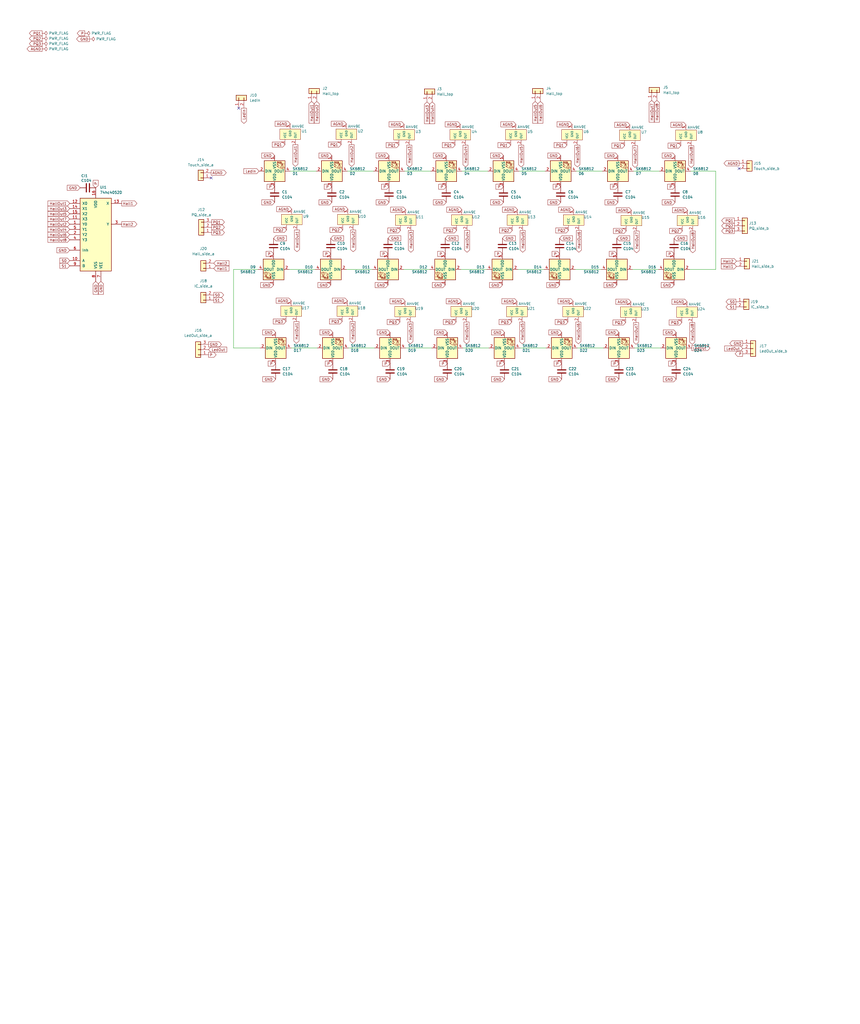
<source format=kicad_sch>
(kicad_sch (version 20211123) (generator eeschema)
  (paper "User" 419.989 499.999)
  (no_connect (at 360.934 82.296))
  (no_connect (at 116.586 52.832))
  (no_connect (at 103.124 86.868))
  (wire (pts (xy 170.18 169.926) (xy 182.88 169.926)))
  (wire (pts (xy 114.046 131.572) (xy 114.046 169.926)))
  (wire (pts (xy 349.504 131.572) (xy 349.504 83.566)))
  (wire (pts (xy 265.684 131.572) (xy 252.984 131.572)))
  (wire (pts (xy 198.12 169.926) (xy 210.82 169.926)))
  (wire (pts (xy 181.864 131.572) (xy 169.164 131.572)))
  (wire (pts (xy 225.552 83.566) (xy 238.252 83.566)))
  (wire (pts (xy 114.046 169.926) (xy 127 169.926)))
  (wire (pts (xy 309.88 169.926) (xy 322.58 169.926)))
  (wire (pts (xy 293.624 131.572) (xy 280.924 131.572)))
  (wire (pts (xy 254 169.926) (xy 266.7 169.926)))
  (wire (pts (xy 141.732 83.566) (xy 154.432 83.566)))
  (wire (pts (xy 142.24 169.926) (xy 154.94 169.926)))
  (wire (pts (xy 281.432 83.566) (xy 294.132 83.566)))
  (wire (pts (xy 337.312 83.566) (xy 349.504 83.566)))
  (wire (pts (xy 209.804 131.572) (xy 197.104 131.572)))
  (wire (pts (xy 321.564 131.572) (xy 308.864 131.572)))
  (wire (pts (xy 125.984 131.572) (xy 114.046 131.572)))
  (wire (pts (xy 226.06 169.926) (xy 238.76 169.926)))
  (wire (pts (xy 169.672 83.566) (xy 182.372 83.566)))
  (wire (pts (xy 153.924 131.572) (xy 141.224 131.572)))
  (wire (pts (xy 309.372 83.566) (xy 322.072 83.566)))
  (wire (pts (xy 349.504 131.572) (xy 336.804 131.572)))
  (wire (pts (xy 197.612 83.566) (xy 210.312 83.566)))
  (wire (pts (xy 281.94 169.926) (xy 294.64 169.926)))
  (wire (pts (xy 253.492 83.566) (xy 266.192 83.566)))
  (wire (pts (xy 237.744 131.572) (xy 225.044 131.572)))
  (global_label "AGND" (shape output) (at 20.574 23.876 180) (property "Intersheet References" "${INTERSHEET_REFS}" (effects hide)))
  (global_label "PQ3" (shape input) (at 332.994 157.48 180) (property "Intersheet References" "${INTERSHEET_REFS}" (effects hide)))
  (global_label "HallOut2" (shape input) (at 154.686 49.53 270) (property "Intersheet References" "${INTERSHEET_REFS}" (effects hide)))
  (global_label "AGND" (shape input) (at 169.672 146.812 180) (property "Intersheet References" "${INTERSHEET_REFS}" (effects hide)))
  (global_label "GND" (shape input) (at 218.44 162.306 180) (property "Intersheet References" "${INTERSHEET_REFS}" (effects hide)))
  (global_label "PQ2" (shape input) (at 139.954 112.268 180) (property "Intersheet References" "${INTERSHEET_REFS}" (effects hide)))
  (global_label "PQ1" (shape output) (at 358.648 107.696 180) (property "Intersheet References" "${INTERSHEET_REFS}" (effects hide)))
  (global_label "AGND" (shape input) (at 197.358 60.706 180) (property "Intersheet References" "${INTERSHEET_REFS}" (effects hide)))
  (global_label "HallOut2" (shape input) (at 34.036 109.474 180) (property "Intersheet References" "${INTERSHEET_REFS}" (effects hide)))
  (global_label "P" (shape input) (at 162.052 91.186 180) (property "Intersheet References" "${INTERSHEET_REFS}" (effects hide)))
  (global_label "HallOut1" (shape output) (at 144.272 70.612 270) (property "Intersheet References" "${INTERSHEET_REFS}" (effects hide)))
  (global_label "HallOut2" (shape output) (at 172.212 156.972 270) (property "Intersheet References" "${INTERSHEET_REFS}" (effects hide)))
  (global_label "HallOut7" (shape input) (at 34.036 106.934 180) (property "Intersheet References" "${INTERSHEET_REFS}" (effects hide)))
  (global_label "PQ1" (shape input) (at 305.054 71.12 180) (property "Intersheet References" "${INTERSHEET_REFS}" (effects hide)))
  (global_label "P" (shape input) (at 245.364 123.952 180) (property "Intersheet References" "${INTERSHEET_REFS}" (effects hide)))
  (global_label "GND" (shape input) (at 246.38 185.166 180) (property "Intersheet References" "${INTERSHEET_REFS}" (effects hide)))
  (global_label "HallOut2" (shape output) (at 171.704 70.612 270) (property "Intersheet References" "${INTERSHEET_REFS}" (effects hide)))
  (global_label "AGND" (shape input) (at 251.968 60.706 180) (property "Intersheet References" "${INTERSHEET_REFS}" (effects hide)))
  (global_label "GND" (shape input) (at 273.304 116.332 0) (property "Intersheet References" "${INTERSHEET_REFS}" (effects hide)))
  (global_label "GND" (shape input) (at 49.276 137.414 270) (property "Intersheet References" "${INTERSHEET_REFS}" (effects hide)))
  (global_label "P" (shape output) (at 362.712 172.72 180) (property "Intersheet References" "${INTERSHEET_REFS}" (effects hide)))
  (global_label "HallOut6" (shape output) (at 282.448 157.226 270) (property "Intersheet References" "${INTERSHEET_REFS}" (effects hide)))
  (global_label "S1" (shape output) (at 359.41 149.86 180) (property "Intersheet References" "${INTERSHEET_REFS}" (effects hide)))
  (global_label "AGND" (shape output) (at 360.934 79.756 180) (property "Intersheet References" "${INTERSHEET_REFS}" (effects hide)))
  (global_label "P" (shape output) (at 101.854 173.228 0) (property "Intersheet References" "${INTERSHEET_REFS}" (effects hide)))
  (global_label "GND" (shape input) (at 273.812 98.806 180) (property "Intersheet References" "${INTERSHEET_REFS}" (effects hide)))
  (global_label "PQ3" (shape output) (at 20.574 21.336 180) (property "Intersheet References" "${INTERSHEET_REFS}" (effects hide)))
  (global_label "GND" (shape output) (at 362.712 167.64 180) (property "Intersheet References" "${INTERSHEET_REFS}" (effects hide)))
  (global_label "GND" (shape input) (at 245.872 75.946 180) (property "Intersheet References" "${INTERSHEET_REFS}" (effects hide)))
  (global_label "AGND" (shape input) (at 169.164 60.452 180) (property "Intersheet References" "${INTERSHEET_REFS}" (effects hide)))
  (global_label "GND" (shape input) (at 274.32 162.306 180) (property "Intersheet References" "${INTERSHEET_REFS}" (effects hide)))
  (global_label "GND" (shape input) (at 302.26 185.166 180) (property "Intersheet References" "${INTERSHEET_REFS}" (effects hide)))
  (global_label "PQ1" (shape output) (at 20.574 16.256 180) (property "Intersheet References" "${INTERSHEET_REFS}" (effects hide)))
  (global_label "HallOut6" (shape output) (at 281.94 70.866 270) (property "Intersheet References" "${INTERSHEET_REFS}" (effects hide)))
  (global_label "HallOut7" (shape output) (at 310.642 157.48 270) (property "Intersheet References" "${INTERSHEET_REFS}" (effects hide)))
  (global_label "GND" (shape input) (at 301.244 116.332 0) (property "Intersheet References" "${INTERSHEET_REFS}" (effects hide)))
  (global_label "Hall2" (shape output) (at 59.436 109.474 0) (property "Intersheet References" "${INTERSHEET_REFS}" (effects hide)))
  (global_label "AGND" (shape input) (at 335.534 147.32 180) (property "Intersheet References" "${INTERSHEET_REFS}" (effects hide)))
  (global_label "GND" (shape input) (at 301.752 98.806 180) (property "Intersheet References" "${INTERSHEET_REFS}" (effects hide)))
  (global_label "P" (shape input) (at 161.544 123.952 180) (property "Intersheet References" "${INTERSHEET_REFS}" (effects hide)))
  (global_label "GND" (shape input) (at 329.692 75.946 180) (property "Intersheet References" "${INTERSHEET_REFS}" (effects hide)))
  (global_label "P" (shape input) (at 217.424 123.952 180) (property "Intersheet References" "${INTERSHEET_REFS}" (effects hide)))
  (global_label "GND" (shape input) (at 189.484 116.332 0) (property "Intersheet References" "${INTERSHEET_REFS}" (effects hide)))
  (global_label "HallOut6" (shape input) (at 263.906 49.53 270) (property "Intersheet References" "${INTERSHEET_REFS}" (effects hide)))
  (global_label "HallOut5" (shape output) (at 255.27 112.522 270) (property "Intersheet References" "${INTERSHEET_REFS}" (effects hide)))
  (global_label "PQ3" (shape input) (at 222.758 157.226 180) (property "Intersheet References" "${INTERSHEET_REFS}" (effects hide)))
  (global_label "GND" (shape input) (at 134.62 162.306 180) (property "Intersheet References" "${INTERSHEET_REFS}" (effects hide)))
  (global_label "P" (shape input) (at 245.872 91.186 180) (property "Intersheet References" "${INTERSHEET_REFS}" (effects hide)))
  (global_label "GND" (shape input) (at 273.812 75.946 180) (property "Intersheet References" "${INTERSHEET_REFS}" (effects hide)))
  (global_label "HallOut2" (shape output) (at 172.466 112.268 270) (property "Intersheet References" "${INTERSHEET_REFS}" (effects hide)))
  (global_label "PQ1" (shape input) (at 139.192 70.612 180) (property "Intersheet References" "${INTERSHEET_REFS}" (effects hide)))
  (global_label "AGND" (shape input) (at 308.102 147.32 180) (property "Intersheet References" "${INTERSHEET_REFS}" (effects hide)))
  (global_label "GND" (shape input) (at 329.184 116.332 0) (property "Intersheet References" "${INTERSHEET_REFS}" (effects hide)))
  (global_label "S1" (shape output) (at 104.394 146.558 0) (property "Intersheet References" "${INTERSHEET_REFS}" (effects hide)))
  (global_label "GND" (shape input) (at 245.872 98.806 180) (property "Intersheet References" "${INTERSHEET_REFS}" (effects hide)))
  (global_label "AGND" (shape input) (at 225.552 102.362 180) (property "Intersheet References" "${INTERSHEET_REFS}" (effects hide)))
  (global_label "GND" (shape input) (at 329.184 139.192 180) (property "Intersheet References" "${INTERSHEET_REFS}" (effects hide)))
  (global_label "P" (shape input) (at 218.44 177.546 180) (property "Intersheet References" "${INTERSHEET_REFS}" (effects hide)))
  (global_label "PQ3" (shape input) (at 139.7 156.972 180) (property "Intersheet References" "${INTERSHEET_REFS}" (effects hide)))
  (global_label "PQ2" (shape input) (at 167.386 112.268 180) (property "Intersheet References" "${INTERSHEET_REFS}" (effects hide)))
  (global_label "P" (shape input) (at 273.812 91.186 180) (property "Intersheet References" "${INTERSHEET_REFS}" (effects hide)))
  (global_label "HallOut8" (shape output) (at 338.328 112.776 270) (property "Intersheet References" "${INTERSHEET_REFS}" (effects hide)))
  (global_label "GND" (shape input) (at 161.544 116.332 0) (property "Intersheet References" "${INTERSHEET_REFS}" (effects hide)))
  (global_label "AGND" (shape input) (at 307.594 60.96 180) (property "Intersheet References" "${INTERSHEET_REFS}" (effects hide)))
  (global_label "AGND" (shape input) (at 142.494 102.108 180) (property "Intersheet References" "${INTERSHEET_REFS}" (effects hide)))
  (global_label "P" (shape input) (at 301.752 91.186 180) (property "Intersheet References" "${INTERSHEET_REFS}" (effects hide)))
  (global_label "Hall1" (shape input) (at 359.664 130.048 180) (property "Intersheet References" "${INTERSHEET_REFS}" (effects hide)))
  (global_label "AGND" (shape input) (at 224.79 60.706 180) (property "Intersheet References" "${INTERSHEET_REFS}" (effects hide)))
  (global_label "P" (shape input) (at 301.244 123.952 180) (property "Intersheet References" "${INTERSHEET_REFS}" (effects hide)))
  (global_label "GND" (shape input) (at 273.304 139.192 180) (property "Intersheet References" "${INTERSHEET_REFS}" (effects hide)))
  (global_label "HallOut7" (shape output) (at 310.134 71.12 270) (property "Intersheet References" "${INTERSHEET_REFS}" (effects hide)))
  (global_label "PQ2" (shape input) (at 223.012 112.522 180) (property "Intersheet References" "${INTERSHEET_REFS}" (effects hide)))
  (global_label "AGND" (shape input) (at 279.4 60.706 180) (property "Intersheet References" "${INTERSHEET_REFS}" (effects hide)))
  (global_label "GND" (shape input) (at 301.244 139.192 180) (property "Intersheet References" "${INTERSHEET_REFS}" (effects hide)))
  (global_label "GND" (shape input) (at 162.052 98.806 180) (property "Intersheet References" "${INTERSHEET_REFS}" (effects hide)))
  (global_label "HallOut4" (shape input) (at 34.036 112.014 180) (property "Intersheet References" "${INTERSHEET_REFS}" (effects hide)))
  (global_label "Hall1" (shape output) (at 59.436 99.314 0) (property "Intersheet References" "${INTERSHEET_REFS}" (effects hide)))
  (global_label "HallOut8" (shape output) (at 338.074 157.48 270) (property "Intersheet References" "${INTERSHEET_REFS}" (effects hide)))
  (global_label "HallOut5" (shape output) (at 254.508 70.866 270) (property "Intersheet References" "${INTERSHEET_REFS}" (effects hide)))
  (global_label "AGND" (shape input) (at 252.73 102.362 180) (property "Intersheet References" "${INTERSHEET_REFS}" (effects hide)))
  (global_label "P" (shape input) (at 329.184 123.952 180) (property "Intersheet References" "${INTERSHEET_REFS}" (effects hide)))
  (global_label "HallOut3" (shape output) (at 200.406 157.226 270) (property "Intersheet References" "${INTERSHEET_REFS}" (effects hide)))
  (global_label "LedOut" (shape input) (at 101.854 170.688 0) (property "Intersheet References" "${INTERSHEET_REFS}" (effects hide)))
  (global_label "PQ2" (shape output) (at 20.574 18.796 180) (property "Intersheet References" "${INTERSHEET_REFS}" (effects hide)))
  (global_label "S1" (shape input) (at 34.036 129.794 180) (property "Intersheet References" "${INTERSHEET_REFS}" (effects hide)))
  (global_label "HallOut5" (shape input) (at 261.366 49.53 270) (property "Intersheet References" "${INTERSHEET_REFS}" (effects hide)))
  (global_label "LedIn" (shape input) (at 126.492 83.566 180) (property "Intersheet References" "${INTERSHEET_REFS}" (effects hide)))
  (global_label "GND" (shape input) (at 189.992 75.946 180) (property "Intersheet References" "${INTERSHEET_REFS}" (effects hide)))
  (global_label "GND" (shape input) (at 218.44 185.166 180) (property "Intersheet References" "${INTERSHEET_REFS}" (effects hide)))
  (global_label "P" (shape input) (at 330.2 177.546 180) (property "Intersheet References" "${INTERSHEET_REFS}" (effects hide)))
  (global_label "GND" (shape output) (at 43.688 19.05 180) (property "Intersheet References" "${INTERSHEET_REFS}" (effects hide)))
  (global_label "HallOut4" (shape output) (at 227.838 157.226 270) (property "Intersheet References" "${INTERSHEET_REFS}" (effects hide)))
  (global_label "PQ2" (shape output) (at 358.648 110.236 180) (property "Intersheet References" "${INTERSHEET_REFS}" (effects hide)))
  (global_label "P" (shape input) (at 189.484 123.952 180) (property "Intersheet References" "${INTERSHEET_REFS}" (effects hide)))
  (global_label "P" (shape input) (at 46.736 91.694 90) (property "Intersheet References" "${INTERSHEET_REFS}" (effects hide)))
  (global_label "LedOut" (shape output) (at 337.82 169.926 0) (property "Intersheet References" "${INTERSHEET_REFS}" (effects hide)))
  (global_label "GND" (shape input) (at 134.62 185.166 180) (property "Intersheet References" "${INTERSHEET_REFS}" (effects hide)))
  (global_label "PQ1" (shape input) (at 166.624 70.612 180) (property "Intersheet References" "${INTERSHEET_REFS}" (effects hide)))
  (global_label "P" (shape input) (at 274.32 177.546 180) (property "Intersheet References" "${INTERSHEET_REFS}" (effects hide)))
  (global_label "GND" (shape input) (at 133.604 139.192 180) (property "Intersheet References" "${INTERSHEET_REFS}" (effects hide)))
  (global_label "GND" (shape input) (at 246.38 162.306 180) (property "Intersheet References" "${INTERSHEET_REFS}" (effects hide)))
  (global_label "P" (shape input) (at 217.932 91.186 180) (property "Intersheet References" "${INTERSHEET_REFS}" (effects hide)))
  (global_label "HallOut3" (shape input) (at 34.036 101.854 180) (property "Intersheet References" "${INTERSHEET_REFS}" (effects hide)))
  (global_label "HallOut4" (shape input) (at 211.074 49.784 270) (property "Intersheet References" "${INTERSHEET_REFS}" (effects hide)))
  (global_label "Hall2" (shape input) (at 359.664 127.508 180) (property "Intersheet References" "${INTERSHEET_REFS}" (effects hide)))
  (global_label "PQ3" (shape output) (at 103.378 113.538 0) (property "Intersheet References" "${INTERSHEET_REFS}" (effects hide)))
  (global_label "P" (shape output) (at 41.402 16.256 180) (property "Intersheet References" "${INTERSHEET_REFS}" (effects hide)))
  (global_label "PQ2" (shape input) (at 195.58 112.522 180) (property "Intersheet References" "${INTERSHEET_REFS}" (effects hide)))
  (global_label "PQ3" (shape output) (at 358.648 112.776 180) (property "Intersheet References" "${INTERSHEET_REFS}" (effects hide)))
  (global_label "GND" (shape input) (at 134.112 98.806 180) (property "Intersheet References" "${INTERSHEET_REFS}" (effects hide)))
  (global_label "HallOut5" (shape input) (at 34.036 104.394 180) (property "Intersheet References" "${INTERSHEET_REFS}" (effects hide)))
  (global_label "HallOut1" (shape input) (at 152.146 49.53 270) (property "Intersheet References" "${INTERSHEET_REFS}" (effects hide)))
  (global_label "GND" (shape input) (at 134.112 75.946 180) (property "Intersheet References" "${INTERSHEET_REFS}" (effects hide)))
  (global_label "PQ3" (shape input) (at 305.562 157.48 180) (property "Intersheet References" "${INTERSHEET_REFS}" (effects hide)))
  (global_label "GND" (shape input) (at 245.364 116.332 0) (property "Intersheet References" "${INTERSHEET_REFS}" (effects hide)))
  (global_label "PQ3" (shape input) (at 167.132 156.972 180) (property "Intersheet References" "${INTERSHEET_REFS}" (effects hide)))
  (global_label "GND" (shape input) (at 274.32 185.166 180) (property "Intersheet References" "${INTERSHEET_REFS}" (effects hide)))
  (global_label "P" (shape input) (at 329.692 91.186 180) (property "Intersheet References" "${INTERSHEET_REFS}" (effects hide)))
  (global_label "PQ3" (shape input) (at 195.326 157.226 180) (property "Intersheet References" "${INTERSHEET_REFS}" (effects hide)))
  (global_label "AGND" (shape input) (at 169.926 102.108 180) (property "Intersheet References" "${INTERSHEET_REFS}" (effects hide)))
  (global_label "HallOut8" (shape input) (at 34.036 117.094 180) (property "Intersheet References" "${INTERSHEET_REFS}" (effects hide)))
  (global_label "P" (shape input) (at 189.992 91.186 180) (property "Intersheet References" "${INTERSHEET_REFS}" (effects hide)))
  (global_label "PQ2" (shape input) (at 277.622 112.522 180) (property "Intersheet References" "${INTERSHEET_REFS}" (effects hide)))
  (global_label "PQ3" (shape input) (at 249.936 157.226 180) (property "Intersheet References" "${INTERSHEET_REFS}" (effects hide)))
  (global_label "GND" (shape input) (at 190.5 185.166 180) (property "Intersheet References" "${INTERSHEET_REFS}" (effects hide)))
  (global_label "AGND" (shape input) (at 308.356 102.616 180) (property "Intersheet References" "${INTERSHEET_REFS}" (effects hide)))
  (global_label "AGND" (shape input) (at 335.788 102.616 180) (property "Intersheet References" "${INTERSHEET_REFS}" (effects hide)))
  (global_label "GND" (shape input) (at 162.052 75.946 180) (property "Intersheet References" "${INTERSHEET_REFS}" (effects hide)))
  (global_label "P" (shape input) (at 190.5 177.546 180) (property "Intersheet References" "${INTERSHEET_REFS}" (effects hide)))
  (global_label "PQ2" (shape input) (at 250.19 112.522 180) (property "Intersheet References" "${INTERSHEET_REFS}" (effects hide)))
  (global_label "HallOut8" (shape output) (at 337.566 71.12 270) (property "Intersheet References" "${INTERSHEET_REFS}" (effects hide)))
  (global_label "PQ1" (shape input) (at 249.428 70.866 180) (property "Intersheet References" "${INTERSHEET_REFS}" (effects hide)))
  (global_label "PQ1" (shape output) (at 103.378 108.458 0) (property "Intersheet References" "${INTERSHEET_REFS}" (effects hide)))
  (global_label "Hall1" (shape input) (at 104.394 131.064 0) (property "Intersheet References" "${INTERSHEET_REFS}" (effects hide)))
  (global_label "AGND" (shape input) (at 197.866 147.066 180) (property "Intersheet References" "${INTERSHEET_REFS}" (effects hide)))
  (global_label "Hall2" (shape input) (at 104.394 128.524 0) (property "Intersheet References" "${INTERSHEET_REFS}" (effects hide)))
  (global_label "HallOut7" (shape output) (at 310.896 112.776 270) (property "Intersheet References" "${INTERSHEET_REFS}" (effects hide)))
  (global_label "GND" (shape input) (at 217.932 98.806 180) (property "Intersheet References" "${INTERSHEET_REFS}" (effects hide)))
  (global_label "GND" (shape input) (at 34.036 122.174 180) (property "Intersheet References" "${INTERSHEET_REFS}" (effects hide)))
  (global_label "HallOut1" (shape output) (at 145.034 112.268 270) (property "Intersheet References" "${INTERSHEET_REFS}" (effects hide)))
  (global_label "GND" (shape input) (at 39.116 91.694 180) (property "Intersheet References" "${INTERSHEET_REFS}" (effects hide)))
  (global_label "GND" (shape input) (at 330.2 185.166 180) (property "Intersheet References" "${INTERSHEET_REFS}" (effects hide)))
  (global_label "GND" (shape input) (at 161.544 139.192 180) (property "Intersheet References" "${INTERSHEET_REFS}" (effects hide)))
  (global_label "GND" (shape input) (at 162.56 185.166 180) (property "Intersheet References" "${INTERSHEET_REFS}" (effects hide)))
  (global_label "PQ2" (shape input) (at 333.248 112.776 180) (property "Intersheet References" "${INTERSHEET_REFS}" (effects hide)))
  (global_label "AGND" (shape input) (at 225.298 147.066 180) (property "Intersheet References" "${INTERSHEET_REFS}" (effects hide)))
  (global_label "GND" (shape input) (at 329.692 98.806 180) (property "Intersheet References" "${INTERSHEET_REFS}" (effects hide)))
  (global_label "GND" (shape input) (at 189.484 139.192 180) (property "Intersheet References" "${INTERSHEET_REFS}" (effects hide)))
  (global_label "GND" (shape input) (at 133.604 116.332 0) (property "Intersheet References" "${INTERSHEET_REFS}" (effects hide)))
  (global_label "GND" (shape input) (at 189.992 98.806 180) (property "Intersheet References" "${INTERSHEET_REFS}" (effects hide)))
  (global_label "P" (shape input) (at 133.604 123.952 180) (property "Intersheet References" "${INTERSHEET_REFS}" (effects hide)))
  (global_label "GND" (shape input) (at 301.752 75.946 180) (property "Intersheet References" "${INTERSHEET_REFS}" (effects hide)))
  (global_label "AGND" (shape input) (at 279.908 147.066 180) (property "Intersheet References" "${INTERSHEET_REFS}" (effects hide)))
  (global_label "PQ2" (shape input) (at 305.816 112.776 180) (property "Intersheet References" "${INTERSHEET_REFS}" (effects hide)))
  (global_label "HallOut5" (shape output) (at 255.016 157.226 270) (property "Intersheet References" "${INTERSHEET_REFS}" (effects hide)))
  (global_label "LedIn" (shape output) (at 119.126 52.832 270) (property "Intersheet References" "${INTERSHEET_REFS}" (effects hide)))
  (global_label "P" (shape input) (at 134.112 91.186 180) (property "Intersheet References" "${INTERSHEET_REFS}" (effects hide)))
  (global_label "P" (shape input) (at 273.304 123.952 180) (property "Intersheet References" "${INTERSHEET_REFS}" (effects hide)))
  (global_label "GND" (shape input) (at 302.26 162.306 180) (property "Intersheet References" "${INTERSHEET_REFS}" (effects hide)))
  (global_label "HallOut8" (shape input) (at 320.802 49.022 270) (property "Intersheet References" "${INTERSHEET_REFS}" (effects hide)))
  (global_label "AGND" (shape output) (at 103.124 84.328 0) (property "Intersheet References" "${INTERSHEET_REFS}" (effects hide)))
  (global_label "PQ1" (shape input) (at 276.86 70.866 180) (property "Intersheet References" "${INTERSHEET_REFS}" (effects hide)))
  (global_label "S0" (shape output) (at 359.41 147.32 180) (property "Intersheet References" "${INTERSHEET_REFS}" (effects hide)))
  (global_label "S0" (shape output) (at 104.394 144.018 0) (property "Intersheet References" "${INTERSHEET_REFS}" (effects hide)))
  (global_label "AGND" (shape input) (at 198.12 102.362 180) (property "Intersheet References" "${INTERSHEET_REFS}" (effects hide)))
  (global_label "GND" (shape input) (at 217.424 139.192 180) (property "Intersheet References" "${INTERSHEET_REFS}" (effects hide)))
  (global_label "HallOut6" (shape output) (at 282.702 112.522 270) (property "Intersheet References" "${INTERSHEET_REFS}" (effects hide)))
  (global_label "PQ1" (shape input) (at 332.486 71.12 180) (property "Intersheet References" "${INTERSHEET_REFS}" (effects hide)))
  (global_label "HallOut3" (shape output) (at 199.898 70.866 270) (property "Intersheet References" "${INTERSHEET_REFS}" (effects hide)))
  (global_label "HallOut6" (shape input) (at 34.036 114.554 180) (property "Intersheet References" "${INTERSHEET_REFS}" (effects hide)))
  (global_label "AGND" (shape input) (at 252.476 147.066 180) (property "Intersheet References" "${INTERSHEET_REFS}" (effects hide)))
  (global_label "P" (shape input) (at 302.26 177.546 180) (property "Intersheet References" "${INTERSHEET_REFS}" (effects hide)))
  (global_label "AGND" (shape input) (at 335.026 60.96 180) (property "Intersheet References" "${INTERSHEET_REFS}" (effects hide)))
  (global_label "HallOut3" (shape output) (at 200.66 112.522 270) (property "Intersheet References" "${INTERSHEET_REFS}" (effects hide)))
  (global_label "AGND" (shape input) (at 280.162 102.362 180) (property "Intersheet References" "${INTERSHEET_REFS}" (effects hide)))
  (global_label "P" (shape input) (at 246.38 177.546 180) (property "Intersheet References" "${INTERSHEET_REFS}" (effects hide)))
  (global_label "PQ1" (shape input) (at 222.25 70.866 180) (property "Intersheet References" "${INTERSHEET_REFS}" (effects hide)))
  (global_label "LedOut" (shape input) (at 362.712 170.18 180) (property "Intersheet References" "${INTERSHEET_REFS}" (effects hide)))
  (global_label "GND" (shape input) (at 217.932 75.946 180) (property "Intersheet References" "${INTERSHEET_REFS}" (effects hide)))
  (global_label "HallOut7" (shape input) (at 318.262 49.022 270) (property "Intersheet References" "${INTERSHEET_REFS}" (effects hide)))
  (global_label "GND" (shape output) (at 101.854 168.148 0) (property "Intersheet References" "${INTERSHEET_REFS}" (effects hide)))
  (global_label "GND" (shape input) (at 330.2 162.306 180) (property "Intersheet References" "${INTERSHEET_REFS}" (effects hide)))
  (global_label "GND" (shape input) (at 217.424 116.332 0) (property "Intersheet References" "${INTERSHEET_REFS}" (effects hide)))
  (global_label "HallOut3" (shape input) (at 208.534 49.784 270) (property "Intersheet References" "${INTERSHEET_REFS}" (effects hide)))
  (global_label "GND" (shape input) (at 46.736 137.414 270) (property "Intersheet References" "${INTERSHEET_REFS}" (effects hide)))
  (global_label "PQ1" (shape input) (at 194.818 70.866 180) (property "Intersheet References" "${INTERSHEET_REFS}" (effects hide)))
  (global_label "HallOut1" (shape input) (at 34.036 99.314 180) (property "Intersheet References" "${INTERSHEET_REFS}" (effects hide)))
  (global_label "AGND" (shape input) (at 141.732 60.452 180) (property "Intersheet References" "${INTERSHEET_REFS}" (effects hide)))
  (global_label "S0" (shape input) (at 34.036 127.254 180) (property "Intersheet References" "${INTERSHEET_REFS}" (effects hide)))
  (global_label "P" (shape input) (at 134.62 177.546 180) (property "Intersheet References" "${INTERSHEET_REFS}" (effects hide)))
  (global_label "P" (shape input) (at 162.56 177.546 180) (property "Intersheet References" "${INTERSHEET_REFS}" (effects hide)))
  (global_label "HallOut1" (shape output) (at 144.78 156.972 270) (property "Intersheet References" "${INTERSHEET_REFS}" (effects hide)))
  (global_label "GND" (shape input) (at 162.56 162.306 180) (property "Intersheet References" "${INTERSHEET_REFS}" (effects hide)))
  (global_label "HallOut4" (shape output) (at 227.33 70.866 270) (property "Intersheet References" "${INTERSHEET_REFS}" (effects hide)))
  (global_label "GND" (shape input) (at 245.364 139.192 180) (property "Intersheet References" "${INTERSHEET_REFS}" (effects hide)))
  (global_label "PQ3" (shape input) (at 277.368 157.226 180) (property "Intersheet References" "${INTERSHEET_REFS}" (effects hide)))
  (global_label "PQ2" (shape output) (at 103.378 110.998 0) (property "Intersheet References" "${INTERSHEET_REFS}" (effects hide)))
  (global_label "GND" (shape input) (at 190.5 162.306 180) (property "Intersheet References" "${INTERSHEET_REFS}" (effects hide)))
  (global_label "HallOut4" (shape output) (at 228.092 112.522 270) (property "Intersheet References" "${INTERSHEET_REFS}" (effects hide)))
  (global_label "AGND" (shape input) (at 142.24 146.812 180) (property "Intersheet References" "${INTERSHEET_REFS}" (effects hide)))
  (symbol (lib_id "LED:SK6812") (at 329.184 131.572 0) (mirror y) (unit 1)
    (property "Reference" "D16" (at 320.4464 130.4036 0) (effects (justify left)))
    (property "Value" "SK6812" (at 320.4464 132.715 0) (effects (justify left)))
    (property "Footprint" "LED_SMD:LED_SK6812_PLCC4_5.0x5.0mm_P3.2mm" (effects hide))
    (property "Datasheet" "https://cdn-shop.adafruit.com/product-files/1138/SK6812+LED+datasheet+.pdf" (effects hide))
  )
  (symbol (lib_id "LED:SK6812") (at 301.244 131.572 0) (mirror y) (unit 1)
    (property "Reference" "D15" (at 292.5064 130.4036 0) (effects (justify left)))
    (property "Value" "SK6812" (at 292.5064 132.715 0) (effects (justify left)))
    (property "Footprint" "LED_SMD:LED_SK6812_PLCC4_5.0x5.0mm_P3.2mm" (effects hide))
    (property "Datasheet" "https://cdn-shop.adafruit.com/product-files/1138/SK6812+LED+datasheet+.pdf" (effects hide))
  )
  (symbol (lib_id "LED:SK6812") (at 273.304 131.572 0) (mirror y) (unit 1)
    (property "Reference" "D14" (at 264.5664 130.4036 0) (effects (justify left)))
    (property "Value" "SK6812" (at 264.5664 132.715 0) (effects (justify left)))
    (property "Footprint" "LED_SMD:LED_SK6812_PLCC4_5.0x5.0mm_P3.2mm" (effects hide))
    (property "Datasheet" "https://cdn-shop.adafruit.com/product-files/1138/SK6812+LED+datasheet+.pdf" (effects hide))
  )
  (symbol (lib_id "LED:SK6812") (at 245.364 131.572 0) (mirror y) (unit 1)
    (property "Reference" "D13" (at 236.6264 130.4036 0) (effects (justify left)))
    (property "Value" "SK6812" (at 236.6264 132.715 0) (effects (justify left)))
    (property "Footprint" "LED_SMD:LED_SK6812_PLCC4_5.0x5.0mm_P3.2mm" (effects hide))
    (property "Datasheet" "https://cdn-shop.adafruit.com/product-files/1138/SK6812+LED+datasheet+.pdf" (effects hide))
  )
  (symbol (lib_id "LED:SK6812") (at 217.424 131.572 0) (mirror y) (unit 1)
    (property "Reference" "D12" (at 208.6864 130.4036 0) (effects (justify left)))
    (property "Value" "SK6812" (at 208.6864 132.715 0) (effects (justify left)))
    (property "Footprint" "LED_SMD:LED_SK6812_PLCC4_5.0x5.0mm_P3.2mm" (effects hide))
    (property "Datasheet" "https://cdn-shop.adafruit.com/product-files/1138/SK6812+LED+datasheet+.pdf" (effects hide))
  )
  (symbol (lib_id "LED:SK6812") (at 189.484 131.572 0) (mirror y) (unit 1)
    (property "Reference" "D11" (at 180.7464 130.4036 0) (effects (justify left)))
    (property "Value" "SK6812" (at 180.7464 132.715 0) (effects (justify left)))
    (property "Footprint" "LED_SMD:LED_SK6812_PLCC4_5.0x5.0mm_P3.2mm" (effects hide))
    (property "Datasheet" "https://cdn-shop.adafruit.com/product-files/1138/SK6812+LED+datasheet+.pdf" (effects hide))
  )
  (symbol (lib_id "LED:SK6812") (at 161.544 131.572 0) (mirror y) (unit 1)
    (property "Reference" "D10" (at 152.8064 130.4036 0) (effects (justify left)))
    (property "Value" "SK6812" (at 152.8064 132.715 0) (effects (justify left)))
    (property "Footprint" "LED_SMD:LED_SK6812_PLCC4_5.0x5.0mm_P3.2mm" (effects hide))
    (property "Datasheet" "https://cdn-shop.adafruit.com/product-files/1138/SK6812+LED+datasheet+.pdf" (effects hide))
  )
  (symbol (lib_id "LED:SK6812") (at 133.604 131.572 0) (mirror y) (unit 1)
    (property "Reference" "D9" (at 124.8664 130.4036 0) (effects (justify left)))
    (property "Value" "SK6812" (at 124.8664 132.715 0) (effects (justify left)))
    (property "Footprint" "LED_SMD:LED_SK6812_PLCC4_5.0x5.0mm_P3.2mm" (effects hide))
    (property "Datasheet" "https://cdn-shop.adafruit.com/product-files/1138/SK6812+LED+datasheet+.pdf" (effects hide))
  )
  (symbol (lib_id "LED:SK6812") (at 134.112 83.566 0) (mirror x) (unit 1)
    (property "Reference" "D1" (at 142.8496 84.7344 0) (effects (justify left)))
    (property "Value" "SK6812" (at 142.8496 82.423 0) (effects (justify left)))
    (property "Footprint" "LED_SMD:LED_SK6812_PLCC4_5.0x5.0mm_P3.2mm" (effects hide))
    (property "Datasheet" "https://cdn-shop.adafruit.com/product-files/1138/SK6812+LED+datasheet+.pdf" (effects hide))
  )
  (symbol (lib_id "LED:SK6812") (at 162.052 83.566 0) (mirror x) (unit 1)
    (property "Reference" "D2" (at 170.7896 84.7344 0) (effects (justify left)))
    (property "Value" "SK6812" (at 170.7896 82.423 0) (effects (justify left)))
    (property "Footprint" "LED_SMD:LED_SK6812_PLCC4_5.0x5.0mm_P3.2mm" (effects hide))
    (property "Datasheet" "https://cdn-shop.adafruit.com/product-files/1138/SK6812+LED+datasheet+.pdf" (effects hide))
  )
  (symbol (lib_id "LED:SK6812") (at 189.992 83.566 0) (mirror x) (unit 1)
    (property "Reference" "D3" (at 198.7296 84.7344 0) (effects (justify left)))
    (property "Value" "SK6812" (at 198.7296 82.423 0) (effects (justify left)))
    (property "Footprint" "LED_SMD:LED_SK6812_PLCC4_5.0x5.0mm_P3.2mm" (effects hide))
    (property "Datasheet" "https://cdn-shop.adafruit.com/product-files/1138/SK6812+LED+datasheet+.pdf" (effects hide))
  )
  (symbol (lib_id "LED:SK6812") (at 217.932 83.566 0) (mirror x) (unit 1)
    (property "Reference" "D4" (at 226.6696 84.7344 0) (effects (justify left)))
    (property "Value" "SK6812" (at 226.6696 82.423 0) (effects (justify left)))
    (property "Footprint" "LED_SMD:LED_SK6812_PLCC4_5.0x5.0mm_P3.2mm" (effects hide))
    (property "Datasheet" "https://cdn-shop.adafruit.com/product-files/1138/SK6812+LED+datasheet+.pdf" (effects hide))
  )
  (symbol (lib_id "LED:SK6812") (at 245.872 83.566 0) (mirror x) (unit 1)
    (property "Reference" "D5" (at 254.6096 84.7344 0) (effects (justify left)))
    (property "Value" "SK6812" (at 254.6096 82.423 0) (effects (justify left)))
    (property "Footprint" "LED_SMD:LED_SK6812_PLCC4_5.0x5.0mm_P3.2mm" (effects hide))
    (property "Datasheet" "https://cdn-shop.adafruit.com/product-files/1138/SK6812+LED+datasheet+.pdf" (effects hide))
  )
  (symbol (lib_id "LED:SK6812") (at 273.812 83.566 0) (mirror x) (unit 1)
    (property "Reference" "D6" (at 282.5496 84.7344 0) (effects (justify left)))
    (property "Value" "SK6812" (at 282.5496 82.423 0) (effects (justify left)))
    (property "Footprint" "LED_SMD:LED_SK6812_PLCC4_5.0x5.0mm_P3.2mm" (effects hide))
    (property "Datasheet" "https://cdn-shop.adafruit.com/product-files/1138/SK6812+LED+datasheet+.pdf" (effects hide))
  )
  (symbol (lib_id "LED:SK6812") (at 301.752 83.566 0) (mirror x) (unit 1)
    (property "Reference" "D7" (at 310.4896 84.7344 0) (effects (justify left)))
    (property "Value" "SK6812" (at 310.4896 82.423 0) (effects (justify left)))
    (property "Footprint" "LED_SMD:LED_SK6812_PLCC4_5.0x5.0mm_P3.2mm" (effects hide))
    (property "Datasheet" "https://cdn-shop.adafruit.com/product-files/1138/SK6812+LED+datasheet+.pdf" (effects hide))
  )
  (symbol (lib_id "LED:SK6812") (at 329.692 83.566 0) (mirror x) (unit 1)
    (property "Reference" "D8" (at 338.4296 84.7344 0) (effects (justify left)))
    (property "Value" "SK6812" (at 338.4296 82.423 0) (effects (justify left)))
    (property "Footprint" "LED_SMD:LED_SK6812_PLCC4_5.0x5.0mm_P3.2mm" (effects hide))
    (property "Datasheet" "https://cdn-shop.adafruit.com/product-files/1138/SK6812+LED+datasheet+.pdf" (effects hide))
  )
  (symbol (lib_id "Sensor_Magnetic:AH49E") (at 141.732 65.532 0) (unit 1)
    (property "Reference" "U1" (at 148.59 64.008 0))
    (property "Value" "AH49E" (at 145.542 61.722 0))
    (property "Footprint" "Package_TO_SOT_SMD:SOT-23" (effects hide))
    (property "Datasheet" "https://www.diodes.com/assets/Datasheets/AH49E.pdf" (effects hide))
  )
  (symbol (lib_id "power:PWR_FLAG") (at 20.574 16.256 270) (unit 1)
    (property "Reference" "#FLG0103" (effects hide))
    (property "Value" "PWR_FLAG" (at 23.8252 16.256 90) (effects (justify left)))
  )
  (symbol (lib_id "power:PWR_FLAG") (at 20.574 18.796 270) (unit 1)
    (property "Reference" "#FLG0104" (effects hide))
    (property "Value" "PWR_FLAG" (at 23.8252 18.796 90) (effects (justify left)))
  )
  (symbol (lib_id "power:PWR_FLAG") (at 20.574 21.336 270) (unit 1)
    (property "Reference" "#FLG0105" (effects hide))
    (property "Value" "PWR_FLAG" (at 23.8252 21.336 90) (effects (justify left)))
  )
  (symbol (lib_id "power:PWR_FLAG") (at 20.574 23.876 270) (unit 1)
    (property "Reference" "#FLG0113" (effects hide))
    (property "Value" "PWR_FLAG" (at 23.8252 23.876 90) (effects (justify left)))
  )
  (symbol (lib_id "power:PWR_FLAG") (at 41.402 16.256 270) (unit 1)
    (property "Reference" "#FLG0101" (effects hide))
    (property "Value" "PWR_FLAG" (at 44.6532 16.256 90) (effects (justify left)))
  )
  (symbol (lib_id "power:PWR_FLAG") (at 43.688 19.05 270) (unit 1)
    (property "Reference" "#FLG0118" (effects hide))
    (property "Value" "PWR_FLAG" (at 46.9392 19.05 90) (effects (justify left)))
  )
  (symbol (lib_id "LED:SK6812") (at 302.26 169.926 0) (mirror x) (unit 1)
    (property "Reference" "D23" (at 310.9976 171.0944 0) (effects (justify left)))
    (property "Value" "SK6812" (at 310.9976 168.783 0) (effects (justify left)))
    (property "Footprint" "LED_SMD:LED_SK6812_PLCC4_5.0x5.0mm_P3.2mm" (effects hide))
    (property "Datasheet" "https://cdn-shop.adafruit.com/product-files/1138/SK6812+LED+datasheet+.pdf" (effects hide))
  )
  (symbol (lib_id "Device:C") (at 329.692 94.996 0) (unit 1)
    (property "Reference" "C8" (at 333.248 93.7259 0) (effects (justify left)))
    (property "Value" "C104" (at 333.248 96.2659 0) (effects (justify left)))
    (property "Footprint" "Capacitor_SMD:C_1206_3216Metric" (effects hide))
  )
  (symbol (lib_id "Sensor_Magnetic:AH49E") (at 335.026 66.04 0) (unit 1)
    (property "Reference" "U8" (at 341.884 64.516 0))
    (property "Value" "AH49E" (at 338.836 62.23 0))
    (property "Footprint" "Package_TO_SOT_SMD:SOT-23" (effects hide))
    (property "Datasheet" "https://www.diodes.com/assets/Datasheets/AH49E.pdf" (effects hide))
  )
  (symbol (lib_id "Device:C") (at 161.544 120.142 180) (unit 1)
    (property "Reference" "C10" (at 164.592 118.8719 0) (effects (justify right)))
    (property "Value" "C104" (at 164.592 121.4119 0) (effects (justify right)))
    (property "Footprint" "Capacitor_SMD:C_1206_3216Metric" (effects hide))
  )
  (symbol (lib_id "Sensor_Magnetic:AH49E") (at 169.164 65.532 0) (unit 1)
    (property "Reference" "U2" (at 176.022 64.008 0))
    (property "Value" "AH49E" (at 172.974 61.722 0))
    (property "Footprint" "Package_TO_SOT_SMD:SOT-23" (effects hide))
    (property "Datasheet" "https://www.diodes.com/assets/Datasheets/AH49E.pdf" (effects hide))
  )
  (symbol (lib_id "Sensor_Magnetic:AH49E") (at 308.356 107.696 0) (unit 1)
    (property "Reference" "U15" (at 315.214 106.172 0))
    (property "Value" "AH49E" (at 312.166 103.886 0))
    (property "Footprint" "Package_TO_SOT_SMD:SOT-23" (effects hide))
    (property "Datasheet" "https://www.diodes.com/assets/Datasheets/AH49E.pdf" (effects hide))
  )
  (symbol (lib_id "Sensor_Magnetic:AH49E") (at 307.594 66.04 0) (unit 1)
    (property "Reference" "U7" (at 314.452 64.516 0))
    (property "Value" "AH49E" (at 311.404 62.23 0))
    (property "Footprint" "Package_TO_SOT_SMD:SOT-23" (effects hide))
    (property "Datasheet" "https://www.diodes.com/assets/Datasheets/AH49E.pdf" (effects hide))
  )
  (symbol (lib_id "Device:C") (at 189.992 94.996 0) (unit 1)
    (property "Reference" "C3" (at 193.548 93.7259 0) (effects (justify left)))
    (property "Value" "C104" (at 193.548 96.2659 0) (effects (justify left)))
    (property "Footprint" "Capacitor_SMD:C_1206_3216Metric" (effects hide))
  )
  (symbol (lib_id "Device:C") (at 274.32 181.356 0) (unit 1)
    (property "Reference" "C22" (at 277.622 180.0859 0) (effects (justify left)))
    (property "Value" "C104" (at 277.622 182.6259 0) (effects (justify left)))
    (property "Footprint" "Capacitor_SMD:C_1206_3216Metric" (effects hide))
  )
  (symbol (lib_id "Sensor_Magnetic:AH49E") (at 224.79 65.786 0) (unit 1)
    (property "Reference" "U4" (at 231.648 64.262 0))
    (property "Value" "AH49E" (at 228.6 61.976 0))
    (property "Footprint" "Package_TO_SOT_SMD:SOT-23" (effects hide))
    (property "Datasheet" "https://www.diodes.com/assets/Datasheets/AH49E.pdf" (effects hide))
  )
  (symbol (lib_id "Device:C") (at 301.244 120.142 180) (unit 1)
    (property "Reference" "C15" (at 304.292 118.8719 0) (effects (justify right)))
    (property "Value" "C104" (at 304.292 121.4119 0) (effects (justify right)))
    (property "Footprint" "Capacitor_SMD:C_1206_3216Metric" (effects hide))
  )
  (symbol (lib_id "Connector_Generic:Conn_01x02") (at 366.014 79.756 0) (unit 1)
    (property "Reference" "J15" (at 368.046 79.7559 0) (effects (justify left)))
    (property "Value" "Touch_side_b" (at 368.046 82.2959 0) (effects (justify left)))
    (property "Footprint" "Connector_PinSocket_2.54mm:PinSocket_1x02_P2.54mm_Horizontal_SMD" (effects hide))
  )
  (symbol (lib_id "Sensor_Magnetic:AH49E") (at 251.968 65.786 0) (unit 1)
    (property "Reference" "U5" (at 258.826 64.262 0))
    (property "Value" "AH49E" (at 255.778 61.976 0))
    (property "Footprint" "Package_TO_SOT_SMD:SOT-23" (effects hide))
    (property "Datasheet" "https://www.diodes.com/assets/Datasheets/AH49E.pdf" (effects hide))
  )
  (symbol (lib_id "Sensor_Magnetic:AH49E") (at 225.298 152.146 0) (unit 1)
    (property "Reference" "U20" (at 232.156 150.622 0))
    (property "Value" "AH49E" (at 229.108 148.336 0))
    (property "Footprint" "Package_TO_SOT_SMD:SOT-23" (effects hide))
    (property "Datasheet" "https://www.diodes.com/assets/Datasheets/AH49E.pdf" (effects hide))
  )
  (symbol (lib_id "Sensor_Magnetic:AH49E") (at 169.926 107.188 0) (unit 1)
    (property "Reference" "U10" (at 176.784 105.664 0))
    (property "Value" "AH49E" (at 173.736 103.378 0))
    (property "Footprint" "Package_TO_SOT_SMD:SOT-23" (effects hide))
    (property "Datasheet" "https://www.diodes.com/assets/Datasheets/AH49E.pdf" (effects hide))
  )
  (symbol (lib_id "Connector_Generic:Conn_01x02") (at 318.262 43.942 90) (unit 1)
    (property "Reference" "J5" (at 323.85 42.6719 90) (effects (justify right)))
    (property "Value" "Hall_top" (at 323.85 45.2119 90) (effects (justify right)))
    (property "Footprint" "Connector_PinHeader_2.54mm:PinHeader_1x02_P2.54mm_Horizontal_SMD" (effects hide))
  )
  (symbol (lib_id "Connector_Generic:Conn_01x02") (at 364.49 147.32 0) (unit 1)
    (property "Reference" "J19" (at 366.522 147.3199 0) (effects (justify left)))
    (property "Value" "IC_side_b" (at 366.522 149.8599 0) (effects (justify left)))
    (property "Footprint" "Connector_PinSocket_2.54mm:PinSocket_1x02_P2.54mm_Horizontal_SMD" (effects hide))
  )
  (symbol (lib_id "Sensor_Magnetic:AH49E") (at 252.476 152.146 0) (unit 1)
    (property "Reference" "U21" (at 259.334 150.622 0))
    (property "Value" "AH49E" (at 256.286 148.336 0))
    (property "Footprint" "Package_TO_SOT_SMD:SOT-23" (effects hide))
    (property "Datasheet" "https://www.diodes.com/assets/Datasheets/AH49E.pdf" (effects hide))
  )
  (symbol (lib_id "Device:C") (at 162.052 94.996 0) (unit 1)
    (property "Reference" "C2" (at 165.608 93.7259 0) (effects (justify left)))
    (property "Value" "C104" (at 165.608 96.2659 0) (effects (justify left)))
    (property "Footprint" "Capacitor_SMD:C_1206_3216Metric" (effects hide))
  )
  (symbol (lib_id "Connector_Generic:Conn_01x02") (at 116.586 47.752 90) (unit 1)
    (property "Reference" "J10" (at 121.92 46.4819 90) (effects (justify right)))
    (property "Value" "LedIn" (at 121.92 49.0219 90) (effects (justify right)))
    (property "Footprint" "Connector_PinHeader_2.54mm:PinHeader_1x02_P2.54mm_Horizontal_SMD" (effects hide))
  )
  (symbol (lib_id "Sensor_Magnetic:AH49E") (at 335.534 152.4 0) (unit 1)
    (property "Reference" "U24" (at 342.392 150.876 0))
    (property "Value" "AH49E" (at 339.344 148.59 0))
    (property "Footprint" "Package_TO_SOT_SMD:SOT-23" (effects hide))
    (property "Datasheet" "https://www.diodes.com/assets/Datasheets/AH49E.pdf" (effects hide))
  )
  (symbol (lib_id "Device:C") (at 329.184 120.142 180) (unit 1)
    (property "Reference" "C16" (at 332.232 118.8719 0) (effects (justify right)))
    (property "Value" "C104" (at 332.232 121.4119 0) (effects (justify right)))
    (property "Footprint" "Capacitor_SMD:C_1206_3216Metric" (effects hide))
  )
  (symbol (lib_id "4xxx:4052") (at 46.736 114.554 0) (unit 1)
    (property "Reference" "UI1" (at 48.7554 91.44 0) (effects (justify left)))
    (property "Value" "74hc4052D" (at 48.7554 93.98 0) (effects (justify left)))
    (property "Footprint" "Package_SO:SO-16_3.9x9.9mm_P1.27mm" (effects hide))
    (property "Datasheet" "https://assets.nexperia.com/documents/data-sheet/74HC_HCT4052.pdf" (effects hide))
  )
  (symbol (lib_id "Device:C") (at 162.56 181.356 0) (unit 1)
    (property "Reference" "C18" (at 165.862 180.0859 0) (effects (justify left)))
    (property "Value" "C104" (at 165.862 182.6259 0) (effects (justify left)))
    (property "Footprint" "Capacitor_SMD:C_1206_3216Metric" (effects hide))
  )
  (symbol (lib_id "LED:SK6812") (at 246.38 169.926 0) (mirror x) (unit 1)
    (property "Reference" "D21" (at 255.1176 171.0944 0) (effects (justify left)))
    (property "Value" "SK6812" (at 255.1176 168.783 0) (effects (justify left)))
    (property "Footprint" "LED_SMD:LED_SK6812_PLCC4_5.0x5.0mm_P3.2mm" (effects hide))
    (property "Datasheet" "https://cdn-shop.adafruit.com/product-files/1138/SK6812+LED+datasheet+.pdf" (effects hide))
  )
  (symbol (lib_id "Sensor_Magnetic:AH49E") (at 279.4 65.786 0) (unit 1)
    (property "Reference" "U6" (at 286.258 64.262 0))
    (property "Value" "AH49E" (at 283.21 61.976 0))
    (property "Footprint" "Package_TO_SOT_SMD:SOT-23" (effects hide))
    (property "Datasheet" "https://www.diodes.com/assets/Datasheets/AH49E.pdf" (effects hide))
  )
  (symbol (lib_id "Connector_Generic:Conn_01x03") (at 363.728 110.236 0) (unit 1)
    (property "Reference" "J13" (at 365.76 108.9659 0) (effects (justify left)))
    (property "Value" "PQ_side_b" (at 365.76 111.5059 0) (effects (justify left)))
    (property "Footprint" "Connector_PinSocket_2.54mm:PinSocket_1x03_P2.54mm_Horizontal_SMD" (effects hide))
  )
  (symbol (lib_id "Connector_Generic:Conn_01x02") (at 208.534 44.704 90) (unit 1)
    (property "Reference" "J3" (at 213.36 43.4339 90) (effects (justify right)))
    (property "Value" "Hall_top" (at 213.36 45.9739 90) (effects (justify right)))
    (property "Footprint" "Connector_PinHeader_2.54mm:PinHeader_1x02_P2.54mm_Horizontal_SMD" (effects hide))
  )
  (symbol (lib_id "Device:C") (at 301.752 94.996 0) (unit 1)
    (property "Reference" "C7" (at 305.308 93.7259 0) (effects (justify left)))
    (property "Value" "C104" (at 305.308 96.2659 0) (effects (justify left)))
    (property "Footprint" "Capacitor_SMD:C_1206_3216Metric" (effects hide))
  )
  (symbol (lib_id "Sensor_Magnetic:AH49E") (at 197.866 152.146 0) (unit 1)
    (property "Reference" "U19" (at 204.724 150.622 0))
    (property "Value" "AH49E" (at 201.676 148.336 0))
    (property "Footprint" "Package_TO_SOT_SMD:SOT-23" (effects hide))
    (property "Datasheet" "https://www.diodes.com/assets/Datasheets/AH49E.pdf" (effects hide))
  )
  (symbol (lib_id "Device:C") (at 134.62 181.356 0) (unit 1)
    (property "Reference" "C17" (at 137.922 180.0859 0) (effects (justify left)))
    (property "Value" "C104" (at 137.922 182.6259 0) (effects (justify left)))
    (property "Footprint" "Capacitor_SMD:C_1206_3216Metric" (effects hide))
  )
  (symbol (lib_id "Connector_Generic:Conn_01x03") (at 367.792 170.18 0) (unit 1)
    (property "Reference" "J17" (at 370.84 168.9099 0) (effects (justify left)))
    (property "Value" "LedOut_side_b" (at 370.84 171.4499 0) (effects (justify left)))
    (property "Footprint" "Connector_PinSocket_2.54mm:PinSocket_1x03_P2.54mm_Horizontal_SMD" (effects hide))
  )
  (symbol (lib_id "Device:C") (at 273.304 120.142 180) (unit 1)
    (property "Reference" "C14" (at 276.352 118.8719 0) (effects (justify right)))
    (property "Value" "C104" (at 276.352 121.4119 0) (effects (justify right)))
    (property "Footprint" "Capacitor_SMD:C_1206_3216Metric" (effects hide))
  )
  (symbol (lib_id "Connector_Generic:Conn_01x02") (at 98.044 86.868 180) (unit 1)
    (property "Reference" "J14" (at 98.044 77.978 0))
    (property "Value" "Touch_side_a" (at 98.044 80.518 0))
    (property "Footprint" "Connector_PinSocket_2.54mm:PinSocket_1x02_P2.54mm_Horizontal_SMD" (effects hide))
  )
  (symbol (lib_id "Connector_Generic:Conn_01x02") (at 364.744 127.508 0) (unit 1)
    (property "Reference" "J21" (at 367.03 127.5079 0) (effects (justify left)))
    (property "Value" "Hall_side_b" (at 367.03 130.0479 0) (effects (justify left)))
    (property "Footprint" "Connector_PinSocket_2.54mm:PinSocket_1x02_P2.54mm_Horizontal_SMD" (effects hide))
  )
  (symbol (lib_id "Sensor_Magnetic:AH49E") (at 169.672 151.892 0) (unit 1)
    (property "Reference" "U18" (at 176.53 150.368 0))
    (property "Value" "AH49E" (at 173.482 148.082 0))
    (property "Footprint" "Package_TO_SOT_SMD:SOT-23" (effects hide))
    (property "Datasheet" "https://www.diodes.com/assets/Datasheets/AH49E.pdf" (effects hide))
  )
  (symbol (lib_id "LED:SK6812") (at 218.44 169.926 0) (mirror x) (unit 1)
    (property "Reference" "D20" (at 227.1776 171.0944 0) (effects (justify left)))
    (property "Value" "SK6812" (at 227.1776 168.783 0) (effects (justify left)))
    (property "Footprint" "LED_SMD:LED_SK6812_PLCC4_5.0x5.0mm_P3.2mm" (effects hide))
    (property "Datasheet" "https://cdn-shop.adafruit.com/product-files/1138/SK6812+LED+datasheet+.pdf" (effects hide))
  )
  (symbol (lib_id "LED:SK6812") (at 274.32 169.926 0) (mirror x) (unit 1)
    (property "Reference" "D22" (at 283.0576 171.0944 0) (effects (justify left)))
    (property "Value" "SK6812" (at 283.0576 168.783 0) (effects (justify left)))
    (property "Footprint" "LED_SMD:LED_SK6812_PLCC4_5.0x5.0mm_P3.2mm" (effects hide))
    (property "Datasheet" "https://cdn-shop.adafruit.com/product-files/1138/SK6812+LED+datasheet+.pdf" (effects hide))
  )
  (symbol (lib_id "Sensor_Magnetic:AH49E") (at 280.162 107.442 0) (unit 1)
    (property "Reference" "U14" (at 287.02 105.918 0))
    (property "Value" "AH49E" (at 283.972 103.632 0))
    (property "Footprint" "Package_TO_SOT_SMD:SOT-23" (effects hide))
    (property "Datasheet" "https://www.diodes.com/assets/Datasheets/AH49E.pdf" (effects hide))
  )
  (symbol (lib_id "LED:SK6812") (at 134.62 169.926 0) (mirror x) (unit 1)
    (property "Reference" "D17" (at 143.3576 171.0944 0) (effects (justify left)))
    (property "Value" "SK6812" (at 143.3576 168.783 0) (effects (justify left)))
    (property "Footprint" "LED_SMD:LED_SK6812_PLCC4_5.0x5.0mm_P3.2mm" (effects hide))
    (property "Datasheet" "https://cdn-shop.adafruit.com/product-files/1138/SK6812+LED+datasheet+.pdf" (effects hide))
  )
  (symbol (lib_id "Device:C") (at 218.44 181.356 0) (unit 1)
    (property "Reference" "C20" (at 221.742 180.0859 0) (effects (justify left)))
    (property "Value" "C104" (at 221.742 182.6259 0) (effects (justify left)))
    (property "Footprint" "Capacitor_SMD:C_1206_3216Metric" (effects hide))
  )
  (symbol (lib_id "Device:C") (at 217.424 120.142 180) (unit 1)
    (property "Reference" "C12" (at 220.472 118.8719 0) (effects (justify right)))
    (property "Value" "C104" (at 220.472 121.4119 0) (effects (justify right)))
    (property "Footprint" "Capacitor_SMD:C_1206_3216Metric" (effects hide))
  )
  (symbol (lib_id "Sensor_Magnetic:AH49E") (at 308.102 152.4 0) (unit 1)
    (property "Reference" "U23" (at 314.96 150.876 0))
    (property "Value" "AH49E" (at 311.912 148.59 0))
    (property "Footprint" "Package_TO_SOT_SMD:SOT-23" (effects hide))
    (property "Datasheet" "https://www.diodes.com/assets/Datasheets/AH49E.pdf" (effects hide))
  )
  (symbol (lib_id "Sensor_Magnetic:AH49E") (at 252.73 107.442 0) (unit 1)
    (property "Reference" "U13" (at 259.588 105.918 0))
    (property "Value" "AH49E" (at 256.54 103.632 0))
    (property "Footprint" "Package_TO_SOT_SMD:SOT-23" (effects hide))
    (property "Datasheet" "https://www.diodes.com/assets/Datasheets/AH49E.pdf" (effects hide))
  )
  (symbol (lib_id "Device:C") (at 246.38 181.356 0) (unit 1)
    (property "Reference" "C21" (at 249.682 180.0859 0) (effects (justify left)))
    (property "Value" "C104" (at 249.682 182.6259 0) (effects (justify left)))
    (property "Footprint" "Capacitor_SMD:C_1206_3216Metric" (effects hide))
  )
  (symbol (lib_id "Device:C") (at 302.26 181.356 0) (unit 1)
    (property "Reference" "C23" (at 305.562 180.0859 0) (effects (justify left)))
    (property "Value" "C104" (at 305.562 182.6259 0) (effects (justify left)))
    (property "Footprint" "Capacitor_SMD:C_1206_3216Metric" (effects hide))
  )
  (symbol (lib_id "Device:C") (at 42.926 91.694 270) (unit 1)
    (property "Reference" "CI1" (at 39.624 85.852 90) (effects (justify left)))
    (property "Value" "C104" (at 39.624 88.138 90) (effects (justify left)))
    (property "Footprint" "Capacitor_SMD:C_1206_3216Metric" (effects hide))
  )
  (symbol (lib_id "Device:C") (at 134.112 94.996 0) (unit 1)
    (property "Reference" "C1" (at 137.668 93.7259 0) (effects (justify left)))
    (property "Value" "C104" (at 137.668 96.2659 0) (effects (justify left)))
    (property "Footprint" "Capacitor_SMD:C_1206_3216Metric" (effects hide))
  )
  (symbol (lib_id "Connector_Generic:Conn_01x02") (at 261.366 44.45 90) (unit 1)
    (property "Reference" "J4" (at 266.7 43.1799 90) (effects (justify right)))
    (property "Value" "Hall_top" (at 266.7 45.7199 90) (effects (justify right)))
    (property "Footprint" "Connector_PinHeader_2.54mm:PinHeader_1x02_P2.54mm_Horizontal_SMD" (effects hide))
  )
  (symbol (lib_id "Connector_Generic:Conn_01x02") (at 99.314 131.064 180) (unit 1)
    (property "Reference" "J20" (at 99.314 121.412 0))
    (property "Value" "Hall_side_a" (at 99.314 123.952 0))
    (property "Footprint" "Connector_PinSocket_2.54mm:PinSocket_1x02_P2.54mm_Horizontal_SMD" (effects hide))
  )
  (symbol (lib_id "Sensor_Magnetic:AH49E") (at 197.358 65.786 0) (unit 1)
    (property "Reference" "U3" (at 204.216 64.262 0))
    (property "Value" "AH49E" (at 201.168 61.976 0))
    (property "Footprint" "Package_TO_SOT_SMD:SOT-23" (effects hide))
    (property "Datasheet" "https://www.diodes.com/assets/Datasheets/AH49E.pdf" (effects hide))
  )
  (symbol (lib_id "Connector_Generic:Conn_01x02") (at 152.146 44.45 90) (unit 1)
    (property "Reference" "J2" (at 157.48 43.1799 90) (effects (justify right)))
    (property "Value" "Hall_top" (at 157.48 45.7199 90) (effects (justify right)))
    (property "Footprint" "Connector_PinHeader_2.54mm:PinHeader_1x02_P2.54mm_Horizontal_SMD" (effects hide))
  )
  (symbol (lib_id "Device:C") (at 330.2 181.356 0) (unit 1)
    (property "Reference" "C24" (at 333.502 180.0859 0) (effects (justify left)))
    (property "Value" "C104" (at 333.502 182.6259 0) (effects (justify left)))
    (property "Footprint" "Capacitor_SMD:C_1206_3216Metric" (effects hide))
  )
  (symbol (lib_id "Device:C") (at 133.604 120.142 180) (unit 1)
    (property "Reference" "C9" (at 136.652 118.8719 0) (effects (justify right)))
    (property "Value" "C104" (at 136.652 121.4119 0) (effects (justify right)))
    (property "Footprint" "Capacitor_SMD:C_1206_3216Metric" (effects hide))
  )
  (symbol (lib_id "Sensor_Magnetic:AH49E") (at 225.552 107.442 0) (unit 1)
    (property "Reference" "U12" (at 232.41 105.918 0))
    (property "Value" "AH49E" (at 229.362 103.632 0))
    (property "Footprint" "Package_TO_SOT_SMD:SOT-23" (effects hide))
    (property "Datasheet" "https://www.diodes.com/assets/Datasheets/AH49E.pdf" (effects hide))
  )
  (symbol (lib_id "Sensor_Magnetic:AH49E") (at 142.494 107.188 0) (unit 1)
    (property "Reference" "U9" (at 149.352 105.664 0))
    (property "Value" "AH49E" (at 146.304 103.378 0))
    (property "Footprint" "Package_TO_SOT_SMD:SOT-23" (effects hide))
    (property "Datasheet" "https://www.diodes.com/assets/Datasheets/AH49E.pdf" (effects hide))
  )
  (symbol (lib_id "Device:C") (at 273.812 94.996 0) (unit 1)
    (property "Reference" "C6" (at 277.368 93.7259 0) (effects (justify left)))
    (property "Value" "C104" (at 277.368 96.2659 0) (effects (justify left)))
    (property "Footprint" "Capacitor_SMD:C_1206_3216Metric" (effects hide))
  )
  (symbol (lib_id "LED:SK6812") (at 330.2 169.926 0) (mirror x) (unit 1)
    (property "Reference" "D24" (at 338.9376 171.0944 0) (effects (justify left)))
    (property "Value" "SK6812" (at 338.9376 168.783 0) (effects (justify left)))
    (property "Footprint" "LED_SMD:LED_SK6812_PLCC4_5.0x5.0mm_P3.2mm" (effects hide))
    (property "Datasheet" "https://cdn-shop.adafruit.com/product-files/1138/SK6812+LED+datasheet+.pdf" (effects hide))
  )
  (symbol (lib_id "LED:SK6812") (at 190.5 169.926 0) (mirror x) (unit 1)
    (property "Reference" "D19" (at 199.2376 171.0944 0) (effects (justify left)))
    (property "Value" "SK6812" (at 199.2376 168.783 0) (effects (justify left)))
    (property "Footprint" "LED_SMD:LED_SK6812_PLCC4_5.0x5.0mm_P3.2mm" (effects hide))
    (property "Datasheet" "https://cdn-shop.adafruit.com/product-files/1138/SK6812+LED+datasheet+.pdf" (effects hide))
  )
  (symbol (lib_id "Sensor_Magnetic:AH49E") (at 142.24 151.892 0) (unit 1)
    (property "Reference" "U17" (at 149.098 150.368 0))
    (property "Value" "AH49E" (at 146.05 148.082 0))
    (property "Footprint" "Package_TO_SOT_SMD:SOT-23" (effects hide))
    (property "Datasheet" "https://www.diodes.com/assets/Datasheets/AH49E.pdf" (effects hide))
  )
  (symbol (lib_id "Device:C") (at 245.872 94.996 0) (unit 1)
    (property "Reference" "C5" (at 249.428 93.7259 0) (effects (justify left)))
    (property "Value" "C104" (at 249.428 96.2659 0) (effects (justify left)))
    (property "Footprint" "Capacitor_SMD:C_1206_3216Metric" (effects hide))
  )
  (symbol (lib_id "Connector_Generic:Conn_01x02") (at 99.314 146.558 180) (unit 1)
    (property "Reference" "J18" (at 99.314 137.16 0))
    (property "Value" "IC_side_a" (at 99.314 139.7 0))
    (property "Footprint" "Connector_PinSocket_2.54mm:PinSocket_1x02_P2.54mm_Horizontal_SMD" (effects hide))
  )
  (symbol (lib_id "Device:C") (at 189.484 120.142 180) (unit 1)
    (property "Reference" "C11" (at 192.532 118.8719 0) (effects (justify right)))
    (property "Value" "C104" (at 192.532 121.4119 0) (effects (justify right)))
    (property "Footprint" "Capacitor_SMD:C_1206_3216Metric" (effects hide))
  )
  (symbol (lib_id "Device:C") (at 217.932 94.996 0) (unit 1)
    (property "Reference" "C4" (at 221.488 93.7259 0) (effects (justify left)))
    (property "Value" "C104" (at 221.488 96.2659 0) (effects (justify left)))
    (property "Footprint" "Capacitor_SMD:C_1206_3216Metric" (effects hide))
  )
  (symbol (lib_id "Sensor_Magnetic:AH49E") (at 279.908 152.146 0) (unit 1)
    (property "Reference" "U22" (at 286.766 150.622 0))
    (property "Value" "AH49E" (at 283.718 148.336 0))
    (property "Footprint" "Package_TO_SOT_SMD:SOT-23" (effects hide))
    (property "Datasheet" "https://www.diodes.com/assets/Datasheets/AH49E.pdf" (effects hide))
  )
  (symbol (lib_id "LED:SK6812") (at 162.56 169.926 0) (mirror x) (unit 1)
    (property "Reference" "D18" (at 171.2976 171.0944 0) (effects (justify left)))
    (property "Value" "SK6812" (at 171.2976 168.783 0) (effects (justify left)))
    (property "Footprint" "LED_SMD:LED_SK6812_PLCC4_5.0x5.0mm_P3.2mm" (effects hide))
    (property "Datasheet" "https://cdn-shop.adafruit.com/product-files/1138/SK6812+LED+datasheet+.pdf" (effects hide))
  )
  (symbol (lib_id "Connector_Generic:Conn_01x03") (at 96.774 170.688 180) (unit 1)
    (property "Reference" "J16" (at 96.774 161.29 0))
    (property "Value" "LedOut_side_a" (at 96.774 163.83 0))
    (property "Footprint" "Connector_PinSocket_2.54mm:PinSocket_1x03_P2.54mm_Horizontal_SMD" (effects hide))
  )
  (symbol (lib_id "Sensor_Magnetic:AH49E") (at 335.788 107.696 0) (unit 1)
    (property "Reference" "U16" (at 342.646 106.172 0))
    (property "Value" "AH49E" (at 339.598 103.886 0))
    (property "Footprint" "Package_TO_SOT_SMD:SOT-23" (effects hide))
    (property "Datasheet" "https://www.diodes.com/assets/Datasheets/AH49E.pdf" (effects hide))
  )
  (symbol (lib_id "Connector_Generic:Conn_01x03") (at 98.298 110.998 180) (unit 1)
    (property "Reference" "J12" (at 98.298 102.362 0))
    (property "Value" "PQ_side_a" (at 98.298 104.902 0))
    (property "Footprint" "Connector_PinSocket_2.54mm:PinSocket_1x03_P2.54mm_Horizontal_SMD" (effects hide))
  )
  (symbol (lib_id "Device:C") (at 190.5 181.356 0) (unit 1)
    (property "Reference" "C19" (at 193.802 180.0859 0) (effects (justify left)))
    (property "Value" "C104" (at 193.802 182.6259 0) (effects (justify left)))
    (property "Footprint" "Capacitor_SMD:C_1206_3216Metric" (effects hide))
  )
  (symbol (lib_id "Device:C") (at 245.364 120.142 180) (unit 1)
    (property "Reference" "C13" (at 248.412 118.8719 0) (effects (justify right)))
    (property "Value" "C104" (at 248.412 121.4119 0) (effects (justify right)))
    (property "Footprint" "Capacitor_SMD:C_1206_3216Metric" (effects hide))
  )
  (symbol (lib_id "Sensor_Magnetic:AH49E") (at 198.12 107.442 0) (unit 1)
    (property "Reference" "U11" (at 204.978 105.918 0))
    (property "Value" "AH49E" (at 201.93 103.632 0))
    (property "Footprint" "Package_TO_SOT_SMD:SOT-23" (effects hide))
    (property "Datasheet" "https://www.diodes.com/assets/Datasheets/AH49E.pdf" (effects hide))
  )
)
</source>
